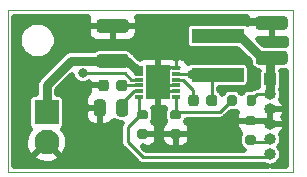
<source format=gbr>
%TF.GenerationSoftware,KiCad,Pcbnew,(5.1.9)-1*%
%TF.CreationDate,2021-04-13T21:36:38+02:00*%
%TF.ProjectId,PS-DC-3V3-2A,50532d44-432d-4335-9633-2d32412e6b69,V1.0*%
%TF.SameCoordinates,Original*%
%TF.FileFunction,Copper,L1,Top*%
%TF.FilePolarity,Positive*%
%FSLAX46Y46*%
G04 Gerber Fmt 4.6, Leading zero omitted, Abs format (unit mm)*
G04 Created by KiCad (PCBNEW (5.1.9)-1) date 2021-04-13 21:36:38*
%MOMM*%
%LPD*%
G01*
G04 APERTURE LIST*
%TA.AperFunction,Profile*%
%ADD10C,0.050000*%
%TD*%
%TA.AperFunction,SMDPad,CuDef*%
%ADD11R,4.400000X1.180000*%
%TD*%
%TA.AperFunction,ComponentPad*%
%ADD12O,1.000000X1.000000*%
%TD*%
%TA.AperFunction,ComponentPad*%
%ADD13R,1.000000X1.000000*%
%TD*%
%TA.AperFunction,SMDPad,CuDef*%
%ADD14R,0.650000X0.300000*%
%TD*%
%TA.AperFunction,SMDPad,CuDef*%
%ADD15R,2.050000X2.860000*%
%TD*%
%TA.AperFunction,ComponentPad*%
%ADD16C,2.100000*%
%TD*%
%TA.AperFunction,ComponentPad*%
%ADD17R,2.100000X2.100000*%
%TD*%
%TA.AperFunction,ViaPad*%
%ADD18C,0.800000*%
%TD*%
%TA.AperFunction,Conductor*%
%ADD19C,0.250000*%
%TD*%
%TA.AperFunction,Conductor*%
%ADD20C,0.504000*%
%TD*%
%TA.AperFunction,Conductor*%
%ADD21C,0.800000*%
%TD*%
%TA.AperFunction,Conductor*%
%ADD22C,0.254000*%
%TD*%
%TA.AperFunction,Conductor*%
%ADD23C,0.100000*%
%TD*%
G04 APERTURE END LIST*
D10*
X135890000Y-93980000D02*
X160020000Y-93980000D01*
X135890000Y-107696000D02*
X135890000Y-93980000D01*
X160020000Y-107696000D02*
X135890000Y-107696000D01*
X160020000Y-93980000D02*
X160020000Y-107696000D01*
D11*
%TO.P,L1,1*%
%TO.N,Net-(C3-Pad2)*%
X153670000Y-99445000D03*
%TO.P,L1,2*%
%TO.N,Vout*%
X153670000Y-96135000D03*
%TD*%
%TO.P,R4,2*%
%TO.N,GND*%
%TA.AperFunction,SMDPad,CuDef*%
G36*
G01*
X156739000Y-103715000D02*
X156189000Y-103715000D01*
G75*
G02*
X155989000Y-103515000I0J200000D01*
G01*
X155989000Y-103115000D01*
G75*
G02*
X156189000Y-102915000I200000J0D01*
G01*
X156739000Y-102915000D01*
G75*
G02*
X156939000Y-103115000I0J-200000D01*
G01*
X156939000Y-103515000D01*
G75*
G02*
X156739000Y-103715000I-200000J0D01*
G01*
G37*
%TD.AperFunction*%
%TO.P,R4,1*%
%TO.N,\u005CReset*%
%TA.AperFunction,SMDPad,CuDef*%
G36*
G01*
X156739000Y-105365000D02*
X156189000Y-105365000D01*
G75*
G02*
X155989000Y-105165000I0J200000D01*
G01*
X155989000Y-104765000D01*
G75*
G02*
X156189000Y-104565000I200000J0D01*
G01*
X156739000Y-104565000D01*
G75*
G02*
X156939000Y-104765000I0J-200000D01*
G01*
X156939000Y-105165000D01*
G75*
G02*
X156739000Y-105365000I-200000J0D01*
G01*
G37*
%TD.AperFunction*%
%TD*%
D12*
%TO.P,J2,6*%
%TO.N,SYNC*%
X158115000Y-106172000D03*
%TO.P,J2,5*%
%TO.N,\u005CReset*%
X158115000Y-104902000D03*
%TO.P,J2,4*%
%TO.N,GND*%
X158115000Y-103632000D03*
%TO.P,J2,3*%
X158115000Y-102362000D03*
%TO.P,J2,2*%
%TO.N,Vout*%
X158115000Y-101092000D03*
D13*
%TO.P,J2,1*%
X158115000Y-99822000D03*
%TD*%
%TO.P,C5,2*%
%TO.N,Vin*%
%TA.AperFunction,SMDPad,CuDef*%
G36*
G01*
X143679999Y-97674000D02*
X145880001Y-97674000D01*
G75*
G02*
X146130000Y-97923999I0J-249999D01*
G01*
X146130000Y-98574001D01*
G75*
G02*
X145880001Y-98824000I-249999J0D01*
G01*
X143679999Y-98824000D01*
G75*
G02*
X143430000Y-98574001I0J249999D01*
G01*
X143430000Y-97923999D01*
G75*
G02*
X143679999Y-97674000I249999J0D01*
G01*
G37*
%TD.AperFunction*%
%TO.P,C5,1*%
%TO.N,GND*%
%TA.AperFunction,SMDPad,CuDef*%
G36*
G01*
X143679999Y-94724000D02*
X145880001Y-94724000D01*
G75*
G02*
X146130000Y-94973999I0J-249999D01*
G01*
X146130000Y-95624001D01*
G75*
G02*
X145880001Y-95874000I-249999J0D01*
G01*
X143679999Y-95874000D01*
G75*
G02*
X143430000Y-95624001I0J249999D01*
G01*
X143430000Y-94973999D01*
G75*
G02*
X143679999Y-94724000I249999J0D01*
G01*
G37*
%TD.AperFunction*%
%TD*%
%TO.P,C1,2*%
%TO.N,GND*%
%TA.AperFunction,SMDPad,CuDef*%
G36*
G01*
X144455000Y-100080000D02*
X144455000Y-100580000D01*
G75*
G02*
X144230000Y-100805000I-225000J0D01*
G01*
X143780000Y-100805000D01*
G75*
G02*
X143555000Y-100580000I0J225000D01*
G01*
X143555000Y-100080000D01*
G75*
G02*
X143780000Y-99855000I225000J0D01*
G01*
X144230000Y-99855000D01*
G75*
G02*
X144455000Y-100080000I0J-225000D01*
G01*
G37*
%TD.AperFunction*%
%TO.P,C1,1*%
%TO.N,Net-(C1-Pad1)*%
%TA.AperFunction,SMDPad,CuDef*%
G36*
G01*
X146005000Y-100080000D02*
X146005000Y-100580000D01*
G75*
G02*
X145780000Y-100805000I-225000J0D01*
G01*
X145330000Y-100805000D01*
G75*
G02*
X145105000Y-100580000I0J225000D01*
G01*
X145105000Y-100080000D01*
G75*
G02*
X145330000Y-99855000I225000J0D01*
G01*
X145780000Y-99855000D01*
G75*
G02*
X146005000Y-100080000I0J-225000D01*
G01*
G37*
%TD.AperFunction*%
%TD*%
D14*
%TO.P,U1,7*%
%TO.N,Net-(R2-Pad2)*%
X150140000Y-101326000D03*
%TO.P,U1,6*%
%TO.N,SYNC*%
X147040000Y-101326000D03*
D15*
%TO.P,U1,13*%
%TO.N,GND*%
X148590000Y-100076000D03*
D14*
%TO.P,U1,12*%
X150140000Y-98826000D03*
%TO.P,U1,11*%
%TO.N,Net-(C3-Pad2)*%
X150140000Y-99326000D03*
%TO.P,U1,10*%
%TO.N,Net-(C3-Pad1)*%
X150140000Y-99826000D03*
%TO.P,U1,9*%
%TO.N,GND*%
X150140000Y-100326000D03*
%TO.P,U1,8*%
X150140000Y-100826000D03*
%TO.P,U1,5*%
%TO.N,Net-(C2-Pad1)*%
X147040000Y-100826000D03*
%TO.P,U1,4*%
%TO.N,Net-(C1-Pad1)*%
X147040000Y-100326000D03*
%TO.P,U1,3*%
%TO.N,\u005CReset*%
X147040000Y-99826000D03*
%TO.P,U1,2*%
%TO.N,Vin*%
X147040000Y-99326000D03*
%TO.P,U1,1*%
X147040000Y-98826000D03*
%TD*%
%TO.P,R3,2*%
%TO.N,GND*%
%TA.AperFunction,SMDPad,CuDef*%
G36*
G01*
X149839000Y-104057000D02*
X150389000Y-104057000D01*
G75*
G02*
X150589000Y-104257000I0J-200000D01*
G01*
X150589000Y-104657000D01*
G75*
G02*
X150389000Y-104857000I-200000J0D01*
G01*
X149839000Y-104857000D01*
G75*
G02*
X149639000Y-104657000I0J200000D01*
G01*
X149639000Y-104257000D01*
G75*
G02*
X149839000Y-104057000I200000J0D01*
G01*
G37*
%TD.AperFunction*%
%TO.P,R3,1*%
%TO.N,Net-(R2-Pad2)*%
%TA.AperFunction,SMDPad,CuDef*%
G36*
G01*
X149839000Y-102407000D02*
X150389000Y-102407000D01*
G75*
G02*
X150589000Y-102607000I0J-200000D01*
G01*
X150589000Y-103007000D01*
G75*
G02*
X150389000Y-103207000I-200000J0D01*
G01*
X149839000Y-103207000D01*
G75*
G02*
X149639000Y-103007000I0J200000D01*
G01*
X149639000Y-102607000D01*
G75*
G02*
X149839000Y-102407000I200000J0D01*
G01*
G37*
%TD.AperFunction*%
%TD*%
%TO.P,R2,2*%
%TO.N,Net-(R2-Pad2)*%
%TA.AperFunction,SMDPad,CuDef*%
G36*
G01*
X155277000Y-101325000D02*
X155277000Y-101875000D01*
G75*
G02*
X155077000Y-102075000I-200000J0D01*
G01*
X154677000Y-102075000D01*
G75*
G02*
X154477000Y-101875000I0J200000D01*
G01*
X154477000Y-101325000D01*
G75*
G02*
X154677000Y-101125000I200000J0D01*
G01*
X155077000Y-101125000D01*
G75*
G02*
X155277000Y-101325000I0J-200000D01*
G01*
G37*
%TD.AperFunction*%
%TO.P,R2,1*%
%TO.N,Vout*%
%TA.AperFunction,SMDPad,CuDef*%
G36*
G01*
X156927000Y-101325000D02*
X156927000Y-101875000D01*
G75*
G02*
X156727000Y-102075000I-200000J0D01*
G01*
X156327000Y-102075000D01*
G75*
G02*
X156127000Y-101875000I0J200000D01*
G01*
X156127000Y-101325000D01*
G75*
G02*
X156327000Y-101125000I200000J0D01*
G01*
X156727000Y-101125000D01*
G75*
G02*
X156927000Y-101325000I0J-200000D01*
G01*
G37*
%TD.AperFunction*%
%TD*%
%TO.P,R1,2*%
%TO.N,GND*%
%TA.AperFunction,SMDPad,CuDef*%
G36*
G01*
X147045000Y-104057000D02*
X147595000Y-104057000D01*
G75*
G02*
X147795000Y-104257000I0J-200000D01*
G01*
X147795000Y-104657000D01*
G75*
G02*
X147595000Y-104857000I-200000J0D01*
G01*
X147045000Y-104857000D01*
G75*
G02*
X146845000Y-104657000I0J200000D01*
G01*
X146845000Y-104257000D01*
G75*
G02*
X147045000Y-104057000I200000J0D01*
G01*
G37*
%TD.AperFunction*%
%TO.P,R1,1*%
%TO.N,SYNC*%
%TA.AperFunction,SMDPad,CuDef*%
G36*
G01*
X147045000Y-102407000D02*
X147595000Y-102407000D01*
G75*
G02*
X147795000Y-102607000I0J-200000D01*
G01*
X147795000Y-103007000D01*
G75*
G02*
X147595000Y-103207000I-200000J0D01*
G01*
X147045000Y-103207000D01*
G75*
G02*
X146845000Y-103007000I0J200000D01*
G01*
X146845000Y-102607000D01*
G75*
G02*
X147045000Y-102407000I200000J0D01*
G01*
G37*
%TD.AperFunction*%
%TD*%
D16*
%TO.P,J1,2*%
%TO.N,GND*%
X139192000Y-105156000D03*
D17*
%TO.P,J1,1*%
%TO.N,Vin*%
X139192000Y-102616000D03*
%TD*%
%TO.P,C4,2*%
%TO.N,GND*%
%TA.AperFunction,SMDPad,CuDef*%
G36*
G01*
X159342001Y-95620000D02*
X157141999Y-95620000D01*
G75*
G02*
X156892000Y-95370001I0J249999D01*
G01*
X156892000Y-94719999D01*
G75*
G02*
X157141999Y-94470000I249999J0D01*
G01*
X159342001Y-94470000D01*
G75*
G02*
X159592000Y-94719999I0J-249999D01*
G01*
X159592000Y-95370001D01*
G75*
G02*
X159342001Y-95620000I-249999J0D01*
G01*
G37*
%TD.AperFunction*%
%TO.P,C4,1*%
%TO.N,Vout*%
%TA.AperFunction,SMDPad,CuDef*%
G36*
G01*
X159342001Y-98570000D02*
X157141999Y-98570000D01*
G75*
G02*
X156892000Y-98320001I0J249999D01*
G01*
X156892000Y-97669999D01*
G75*
G02*
X157141999Y-97420000I249999J0D01*
G01*
X159342001Y-97420000D01*
G75*
G02*
X159592000Y-97669999I0J-249999D01*
G01*
X159592000Y-98320001D01*
G75*
G02*
X159342001Y-98570000I-249999J0D01*
G01*
G37*
%TD.AperFunction*%
%TD*%
%TO.P,C3,2*%
%TO.N,Net-(C3-Pad2)*%
%TA.AperFunction,SMDPad,CuDef*%
G36*
G01*
X152725000Y-101850000D02*
X152725000Y-101350000D01*
G75*
G02*
X152950000Y-101125000I225000J0D01*
G01*
X153400000Y-101125000D01*
G75*
G02*
X153625000Y-101350000I0J-225000D01*
G01*
X153625000Y-101850000D01*
G75*
G02*
X153400000Y-102075000I-225000J0D01*
G01*
X152950000Y-102075000D01*
G75*
G02*
X152725000Y-101850000I0J225000D01*
G01*
G37*
%TD.AperFunction*%
%TO.P,C3,1*%
%TO.N,Net-(C3-Pad1)*%
%TA.AperFunction,SMDPad,CuDef*%
G36*
G01*
X151175000Y-101850000D02*
X151175000Y-101350000D01*
G75*
G02*
X151400000Y-101125000I225000J0D01*
G01*
X151850000Y-101125000D01*
G75*
G02*
X152075000Y-101350000I0J-225000D01*
G01*
X152075000Y-101850000D01*
G75*
G02*
X151850000Y-102075000I-225000J0D01*
G01*
X151400000Y-102075000D01*
G75*
G02*
X151175000Y-101850000I0J225000D01*
G01*
G37*
%TD.AperFunction*%
%TD*%
%TO.P,C2,2*%
%TO.N,GND*%
%TA.AperFunction,SMDPad,CuDef*%
G36*
G01*
X144203000Y-101760000D02*
X144203000Y-102710000D01*
G75*
G02*
X143953000Y-102960000I-250000J0D01*
G01*
X143453000Y-102960000D01*
G75*
G02*
X143203000Y-102710000I0J250000D01*
G01*
X143203000Y-101760000D01*
G75*
G02*
X143453000Y-101510000I250000J0D01*
G01*
X143953000Y-101510000D01*
G75*
G02*
X144203000Y-101760000I0J-250000D01*
G01*
G37*
%TD.AperFunction*%
%TO.P,C2,1*%
%TO.N,Net-(C2-Pad1)*%
%TA.AperFunction,SMDPad,CuDef*%
G36*
G01*
X146103000Y-101760000D02*
X146103000Y-102710000D01*
G75*
G02*
X145853000Y-102960000I-250000J0D01*
G01*
X145353000Y-102960000D01*
G75*
G02*
X145103000Y-102710000I0J250000D01*
G01*
X145103000Y-101760000D01*
G75*
G02*
X145353000Y-101510000I250000J0D01*
G01*
X145853000Y-101510000D01*
G75*
G02*
X146103000Y-101760000I0J-250000D01*
G01*
G37*
%TD.AperFunction*%
%TD*%
D18*
%TO.N,GND*%
X149860000Y-97790000D03*
X142748000Y-100330000D03*
X155956000Y-94742000D03*
X154940000Y-94742000D03*
X158242000Y-96520000D03*
X147320000Y-97790000D03*
X148590000Y-97790000D03*
X148590000Y-104394000D03*
X142494000Y-102235000D03*
X147320000Y-95250000D03*
X142240000Y-95250000D03*
X142240000Y-96520000D03*
X147320000Y-96520000D03*
X148590000Y-103378000D03*
X148590000Y-105410000D03*
%TO.N,\u005CReset*%
X142240000Y-99314000D03*
%TD*%
D19*
%TO.N,GND*%
X148840000Y-100326000D02*
X148590000Y-100076000D01*
X150140000Y-100326000D02*
X148840000Y-100326000D01*
X149340000Y-100826000D02*
X148590000Y-100076000D01*
X150140000Y-100826000D02*
X149340000Y-100826000D01*
X148340000Y-99826000D02*
X148590000Y-100076000D01*
X144005000Y-100330000D02*
X142748000Y-100330000D01*
X155956000Y-94742000D02*
X154940000Y-94742000D01*
X157812000Y-94742000D02*
X158115000Y-95045000D01*
X155956000Y-94742000D02*
X157812000Y-94742000D01*
X148590000Y-99801000D02*
X148590000Y-100076000D01*
X148653000Y-100139000D02*
X148590000Y-100076000D01*
X143830000Y-102235000D02*
X142240000Y-102235000D01*
X150177000Y-104394000D02*
X150114000Y-104457000D01*
X148781000Y-104457000D02*
X148844000Y-104394000D01*
X147320000Y-104457000D02*
X148781000Y-104457000D01*
X148653000Y-104457000D02*
X148590000Y-104394000D01*
X150114000Y-104457000D02*
X148653000Y-104457000D01*
D20*
X156464000Y-103315000D02*
X157988000Y-103315000D01*
D19*
X148590000Y-100076000D02*
X148844000Y-100076000D01*
X149489999Y-98915999D02*
X149657008Y-98748990D01*
X148844000Y-100076000D02*
X149489999Y-99430001D01*
X149489999Y-99430001D02*
X149489999Y-98915999D01*
X149657008Y-98748990D02*
X150368000Y-98748990D01*
X150140000Y-98070000D02*
X149860000Y-97790000D01*
X150140000Y-98826000D02*
X150140000Y-98070000D01*
%TO.N,Net-(C1-Pad1)*%
X145559000Y-100326000D02*
X145555000Y-100330000D01*
X147040000Y-100326000D02*
X145559000Y-100326000D01*
%TO.N,Net-(C2-Pad1)*%
X146599000Y-100826000D02*
X147040000Y-100826000D01*
X145505000Y-101920000D02*
X146599000Y-100826000D01*
%TO.N,Net-(C3-Pad2)*%
X153551000Y-99326000D02*
X153670000Y-99445000D01*
X153175000Y-99940000D02*
X153670000Y-99445000D01*
X153175000Y-101600000D02*
X153175000Y-99940000D01*
X150255000Y-99326000D02*
X151134000Y-99326000D01*
D21*
X153551000Y-99326000D02*
X151396000Y-99326000D01*
D19*
%TO.N,Net-(C3-Pad1)*%
X151625000Y-100750998D02*
X151625000Y-101346000D01*
X150700002Y-99826000D02*
X151625000Y-100750998D01*
X150140000Y-99826000D02*
X150700002Y-99826000D01*
%TO.N,Vout*%
X153670000Y-96135000D02*
X154555000Y-96135000D01*
D21*
X157392000Y-97995000D02*
X155532000Y-96135000D01*
X158242000Y-97995000D02*
X157392000Y-97995000D01*
X155532000Y-96135000D02*
X153670000Y-96135000D01*
X158115000Y-98122000D02*
X158242000Y-97995000D01*
X158115000Y-101092000D02*
X158115000Y-98122000D01*
D22*
X157035000Y-101092000D02*
X158115000Y-101092000D01*
X156527000Y-101600000D02*
X157035000Y-101092000D01*
D19*
%TO.N,Vin*%
X147040000Y-98826000D02*
X147040000Y-99326000D01*
D21*
X146812000Y-99075999D02*
X146964999Y-99075999D01*
X146812000Y-99060000D02*
X146812000Y-99075999D01*
X146001000Y-98249000D02*
X146812000Y-99060000D01*
X141273000Y-98249000D02*
X146001000Y-98249000D01*
X139192000Y-100330000D02*
X141273000Y-98249000D01*
X139192000Y-101600000D02*
X139192000Y-100330000D01*
D19*
%TO.N,Net-(R2-Pad2)*%
X150140000Y-102579000D02*
X150368000Y-102807000D01*
X150267000Y-102654000D02*
X150114000Y-102807000D01*
X150140000Y-102781000D02*
X150114000Y-102807000D01*
X150140000Y-101326000D02*
X150140000Y-102781000D01*
X153861000Y-102616000D02*
X150368000Y-102616000D01*
X154877000Y-101600000D02*
X153861000Y-102616000D01*
X150368000Y-102616000D02*
X150368000Y-102870000D01*
%TO.N,\u005CReset*%
X145791834Y-99314000D02*
X142240000Y-99314000D01*
X146303834Y-99826000D02*
X145791834Y-99314000D01*
X147040000Y-99826000D02*
X146303834Y-99826000D01*
X156273000Y-105156000D02*
X156210000Y-105219000D01*
X158115000Y-105156000D02*
X156273000Y-105156000D01*
%TO.N,SYNC*%
X147167000Y-102654000D02*
X147320000Y-102807000D01*
X147040000Y-102527000D02*
X147320000Y-102807000D01*
X147040000Y-101326000D02*
X147040000Y-102527000D01*
X147129000Y-102807000D02*
X147320000Y-102807000D01*
X146050000Y-103886000D02*
X147129000Y-102807000D01*
X146050000Y-105156000D02*
X146050000Y-103886000D01*
X147320000Y-106426000D02*
X146050000Y-105156000D01*
X158115000Y-106426000D02*
X147320000Y-106426000D01*
%TD*%
D20*
%TO.N,GND*%
X159489001Y-107165000D02*
X158279437Y-107165000D01*
X158408439Y-107139340D01*
X158591520Y-107063506D01*
X158756288Y-106953412D01*
X158896412Y-106813288D01*
X159006506Y-106648520D01*
X159082340Y-106465439D01*
X159121000Y-106271082D01*
X159121000Y-106072918D01*
X159082340Y-105878561D01*
X159006506Y-105695480D01*
X158900613Y-105537000D01*
X159006506Y-105378520D01*
X159082340Y-105195439D01*
X159121000Y-105001082D01*
X159121000Y-104802918D01*
X159082340Y-104608561D01*
X159032239Y-104487606D01*
X159135536Y-104370990D01*
X159260096Y-104157694D01*
X159340651Y-103924196D01*
X159359172Y-103831082D01*
X159184998Y-103634000D01*
X158117000Y-103634000D01*
X158117000Y-103654000D01*
X158113000Y-103654000D01*
X158113000Y-103634000D01*
X158093000Y-103634000D01*
X158093000Y-103630000D01*
X158113000Y-103630000D01*
X158113000Y-102364000D01*
X158117000Y-102364000D01*
X158117000Y-103630000D01*
X159184998Y-103630000D01*
X159359172Y-103432918D01*
X159340651Y-103339804D01*
X159260096Y-103106306D01*
X159196264Y-102997000D01*
X159260096Y-102887694D01*
X159340651Y-102654196D01*
X159359172Y-102561082D01*
X159184998Y-102364000D01*
X158117000Y-102364000D01*
X158113000Y-102364000D01*
X158093000Y-102364000D01*
X158093000Y-102360000D01*
X158113000Y-102360000D01*
X158113000Y-102340000D01*
X158117000Y-102340000D01*
X158117000Y-102360000D01*
X159184998Y-102360000D01*
X159359172Y-102162918D01*
X159340651Y-102069804D01*
X159260096Y-101836306D01*
X159135536Y-101623010D01*
X159032239Y-101506394D01*
X159082340Y-101385439D01*
X159121000Y-101191082D01*
X159121000Y-100992918D01*
X159082340Y-100798561D01*
X159021000Y-100650472D01*
X159021000Y-100624900D01*
X159037759Y-100604479D01*
X159084745Y-100516575D01*
X159113678Y-100421193D01*
X159123448Y-100322000D01*
X159123448Y-99322000D01*
X159113678Y-99222807D01*
X159084745Y-99127425D01*
X159058566Y-99078448D01*
X159342001Y-99078448D01*
X159489000Y-99063970D01*
X159489001Y-107165000D01*
%TA.AperFunction,Conductor*%
D23*
G36*
X159489001Y-107165000D02*
G01*
X158279437Y-107165000D01*
X158408439Y-107139340D01*
X158591520Y-107063506D01*
X158756288Y-106953412D01*
X158896412Y-106813288D01*
X159006506Y-106648520D01*
X159082340Y-106465439D01*
X159121000Y-106271082D01*
X159121000Y-106072918D01*
X159082340Y-105878561D01*
X159006506Y-105695480D01*
X158900613Y-105537000D01*
X159006506Y-105378520D01*
X159082340Y-105195439D01*
X159121000Y-105001082D01*
X159121000Y-104802918D01*
X159082340Y-104608561D01*
X159032239Y-104487606D01*
X159135536Y-104370990D01*
X159260096Y-104157694D01*
X159340651Y-103924196D01*
X159359172Y-103831082D01*
X159184998Y-103634000D01*
X158117000Y-103634000D01*
X158117000Y-103654000D01*
X158113000Y-103654000D01*
X158113000Y-103634000D01*
X158093000Y-103634000D01*
X158093000Y-103630000D01*
X158113000Y-103630000D01*
X158113000Y-102364000D01*
X158117000Y-102364000D01*
X158117000Y-103630000D01*
X159184998Y-103630000D01*
X159359172Y-103432918D01*
X159340651Y-103339804D01*
X159260096Y-103106306D01*
X159196264Y-102997000D01*
X159260096Y-102887694D01*
X159340651Y-102654196D01*
X159359172Y-102561082D01*
X159184998Y-102364000D01*
X158117000Y-102364000D01*
X158113000Y-102364000D01*
X158093000Y-102364000D01*
X158093000Y-102360000D01*
X158113000Y-102360000D01*
X158113000Y-102340000D01*
X158117000Y-102340000D01*
X158117000Y-102360000D01*
X159184998Y-102360000D01*
X159359172Y-102162918D01*
X159340651Y-102069804D01*
X159260096Y-101836306D01*
X159135536Y-101623010D01*
X159032239Y-101506394D01*
X159082340Y-101385439D01*
X159121000Y-101191082D01*
X159121000Y-100992918D01*
X159082340Y-100798561D01*
X159021000Y-100650472D01*
X159021000Y-100624900D01*
X159037759Y-100604479D01*
X159084745Y-100516575D01*
X159113678Y-100421193D01*
X159123448Y-100322000D01*
X159123448Y-99322000D01*
X159113678Y-99222807D01*
X159084745Y-99127425D01*
X159058566Y-99078448D01*
X159342001Y-99078448D01*
X159489000Y-99063970D01*
X159489001Y-107165000D01*
G37*
%TD.AperFunction*%
D20*
X142680997Y-94575014D02*
X142666323Y-94724000D01*
X142670000Y-95107000D01*
X142860000Y-95297000D01*
X144778000Y-95297000D01*
X144778000Y-95277000D01*
X144782000Y-95277000D01*
X144782000Y-95297000D01*
X146700000Y-95297000D01*
X146890000Y-95107000D01*
X146893677Y-94724000D01*
X146879003Y-94575014D01*
X146859585Y-94511000D01*
X156128717Y-94511000D01*
X156132000Y-94853000D01*
X156322000Y-95043000D01*
X158240000Y-95043000D01*
X158240000Y-95023000D01*
X158244000Y-95023000D01*
X158244000Y-95043000D01*
X158264000Y-95043000D01*
X158264000Y-95047000D01*
X158244000Y-95047000D01*
X158244000Y-96190000D01*
X158434000Y-96380000D01*
X159489000Y-96383350D01*
X159489000Y-96926030D01*
X159342001Y-96911552D01*
X157589829Y-96911552D01*
X157061416Y-96383139D01*
X158050000Y-96380000D01*
X158240000Y-96190000D01*
X158240000Y-95047000D01*
X156322000Y-95047000D01*
X156204262Y-95164738D01*
X156152479Y-95122241D01*
X156064575Y-95075255D01*
X155969193Y-95046322D01*
X155870000Y-95036552D01*
X151470000Y-95036552D01*
X151370807Y-95046322D01*
X151275425Y-95075255D01*
X151187521Y-95122241D01*
X151110473Y-95185473D01*
X151047241Y-95262521D01*
X151000255Y-95350425D01*
X150971322Y-95445807D01*
X150961552Y-95545000D01*
X150961552Y-96725000D01*
X150971322Y-96824193D01*
X151000255Y-96919575D01*
X151047241Y-97007479D01*
X151110473Y-97084527D01*
X151187521Y-97147759D01*
X151275425Y-97194745D01*
X151370807Y-97223678D01*
X151470000Y-97233448D01*
X155349172Y-97233448D01*
X156383552Y-98267829D01*
X156383552Y-98320001D01*
X156398125Y-98467967D01*
X156441285Y-98610246D01*
X156511373Y-98741372D01*
X156605696Y-98856304D01*
X156720628Y-98950627D01*
X156851754Y-99020715D01*
X156994033Y-99063875D01*
X157141999Y-99078448D01*
X157171434Y-99078448D01*
X157145255Y-99127425D01*
X157116322Y-99222807D01*
X157106552Y-99322000D01*
X157106552Y-100322000D01*
X157116322Y-100421193D01*
X157127790Y-100459000D01*
X157066085Y-100459000D01*
X157034999Y-100455938D01*
X157003913Y-100459000D01*
X157003912Y-100459000D01*
X156910910Y-100468160D01*
X156791590Y-100504355D01*
X156681623Y-100563134D01*
X156616532Y-100616552D01*
X156327000Y-100616552D01*
X156188789Y-100630165D01*
X156055889Y-100670479D01*
X155933407Y-100735947D01*
X155826052Y-100824052D01*
X155737947Y-100931407D01*
X155702000Y-100998659D01*
X155666053Y-100931407D01*
X155577948Y-100824052D01*
X155470593Y-100735947D01*
X155348111Y-100670479D01*
X155215211Y-100630165D01*
X155077000Y-100616552D01*
X154677000Y-100616552D01*
X154538789Y-100630165D01*
X154405889Y-100670479D01*
X154283407Y-100735947D01*
X154176052Y-100824052D01*
X154087947Y-100931407D01*
X154045924Y-101010027D01*
X154009840Y-100942518D01*
X153918626Y-100831374D01*
X153807482Y-100740160D01*
X153806000Y-100739368D01*
X153806000Y-100543448D01*
X155870000Y-100543448D01*
X155969193Y-100533678D01*
X156064575Y-100504745D01*
X156152479Y-100457759D01*
X156229527Y-100394527D01*
X156292759Y-100317479D01*
X156339745Y-100229575D01*
X156368678Y-100134193D01*
X156378448Y-100035000D01*
X156378448Y-98855000D01*
X156368678Y-98755807D01*
X156339745Y-98660425D01*
X156292759Y-98572521D01*
X156229527Y-98495473D01*
X156152479Y-98432241D01*
X156064575Y-98385255D01*
X155969193Y-98356322D01*
X155870000Y-98346552D01*
X151470000Y-98346552D01*
X151370807Y-98356322D01*
X151275425Y-98385255D01*
X151187521Y-98432241D01*
X151185428Y-98433959D01*
X151161974Y-98363864D01*
X151087687Y-98233888D01*
X150989471Y-98120903D01*
X150871099Y-98029250D01*
X150737122Y-97962451D01*
X150592686Y-97923073D01*
X150443344Y-97912630D01*
X150332000Y-97916000D01*
X150147861Y-98100139D01*
X150060188Y-98028188D01*
X149948000Y-97916000D01*
X149836656Y-97912630D01*
X149819481Y-97913831D01*
X149763986Y-97896997D01*
X149615000Y-97882323D01*
X148782000Y-97886000D01*
X148592000Y-98076000D01*
X148592000Y-100074000D01*
X148612000Y-100074000D01*
X148612000Y-100078000D01*
X148592000Y-100078000D01*
X148592000Y-102076000D01*
X148782000Y-102266000D01*
X149220800Y-102267937D01*
X149184479Y-102335889D01*
X149144165Y-102468789D01*
X149130552Y-102607000D01*
X149130552Y-103007000D01*
X149144165Y-103145211D01*
X149184479Y-103278111D01*
X149249947Y-103400593D01*
X149251433Y-103402404D01*
X149214724Y-103422026D01*
X149098999Y-103516999D01*
X149004026Y-103632724D01*
X148933454Y-103764753D01*
X148889997Y-103908014D01*
X148875323Y-104057000D01*
X148879000Y-104265000D01*
X149069000Y-104455000D01*
X150112000Y-104455000D01*
X150112000Y-104435000D01*
X150116000Y-104435000D01*
X150116000Y-104455000D01*
X151159000Y-104455000D01*
X151349000Y-104265000D01*
X151352677Y-104057000D01*
X151338003Y-103908014D01*
X151294546Y-103764753D01*
X151223974Y-103632724D01*
X151129001Y-103516999D01*
X151013276Y-103422026D01*
X150976567Y-103402404D01*
X150978053Y-103400593D01*
X151043521Y-103278111D01*
X151052958Y-103247000D01*
X153830010Y-103247000D01*
X153861000Y-103250052D01*
X153891990Y-103247000D01*
X153891998Y-103247000D01*
X153984698Y-103237870D01*
X154103642Y-103201789D01*
X154213261Y-103143196D01*
X154309343Y-103064343D01*
X154329105Y-103040263D01*
X154785920Y-102583448D01*
X155077000Y-102583448D01*
X155215211Y-102569835D01*
X155330420Y-102534887D01*
X155283454Y-102622753D01*
X155239997Y-102766014D01*
X155225323Y-102915000D01*
X155229000Y-103123000D01*
X155419000Y-103313000D01*
X156462000Y-103313000D01*
X156462000Y-103293000D01*
X156466000Y-103293000D01*
X156466000Y-103313000D01*
X156486000Y-103313000D01*
X156486000Y-103317000D01*
X156466000Y-103317000D01*
X156466000Y-103337000D01*
X156462000Y-103337000D01*
X156462000Y-103317000D01*
X155419000Y-103317000D01*
X155229000Y-103507000D01*
X155225323Y-103715000D01*
X155239997Y-103863986D01*
X155283454Y-104007247D01*
X155354026Y-104139276D01*
X155448999Y-104255001D01*
X155564724Y-104349974D01*
X155601433Y-104369596D01*
X155599947Y-104371407D01*
X155534479Y-104493889D01*
X155494165Y-104626789D01*
X155480552Y-104765000D01*
X155480552Y-105165000D01*
X155494165Y-105303211D01*
X155534479Y-105436111D01*
X155599947Y-105558593D01*
X155688052Y-105665948D01*
X155795407Y-105754053D01*
X155872013Y-105795000D01*
X147581369Y-105795000D01*
X147322002Y-105535634D01*
X147322002Y-105427002D01*
X147512000Y-105617000D01*
X147795000Y-105620677D01*
X147943986Y-105606003D01*
X148087247Y-105562546D01*
X148219276Y-105491974D01*
X148335001Y-105397001D01*
X148429974Y-105281276D01*
X148500546Y-105149247D01*
X148544003Y-105005986D01*
X148558677Y-104857000D01*
X148875323Y-104857000D01*
X148889997Y-105005986D01*
X148933454Y-105149247D01*
X149004026Y-105281276D01*
X149098999Y-105397001D01*
X149214724Y-105491974D01*
X149346753Y-105562546D01*
X149490014Y-105606003D01*
X149639000Y-105620677D01*
X149922000Y-105617000D01*
X150112000Y-105427000D01*
X150112000Y-104459000D01*
X150116000Y-104459000D01*
X150116000Y-105427000D01*
X150306000Y-105617000D01*
X150589000Y-105620677D01*
X150737986Y-105606003D01*
X150881247Y-105562546D01*
X151013276Y-105491974D01*
X151129001Y-105397001D01*
X151223974Y-105281276D01*
X151294546Y-105149247D01*
X151338003Y-105005986D01*
X151352677Y-104857000D01*
X151349000Y-104649000D01*
X151159000Y-104459000D01*
X150116000Y-104459000D01*
X150112000Y-104459000D01*
X149069000Y-104459000D01*
X148879000Y-104649000D01*
X148875323Y-104857000D01*
X148558677Y-104857000D01*
X148555000Y-104649000D01*
X148365000Y-104459000D01*
X147322000Y-104459000D01*
X147322000Y-104479000D01*
X147318000Y-104479000D01*
X147318000Y-104459000D01*
X147298000Y-104459000D01*
X147298000Y-104455000D01*
X147318000Y-104455000D01*
X147318000Y-104435000D01*
X147322000Y-104435000D01*
X147322000Y-104455000D01*
X148365000Y-104455000D01*
X148555000Y-104265000D01*
X148558677Y-104057000D01*
X148544003Y-103908014D01*
X148500546Y-103764753D01*
X148429974Y-103632724D01*
X148335001Y-103516999D01*
X148219276Y-103422026D01*
X148182567Y-103402404D01*
X148184053Y-103400593D01*
X148249521Y-103278111D01*
X148289835Y-103145211D01*
X148303448Y-103007000D01*
X148303448Y-102607000D01*
X148289835Y-102468789D01*
X148249521Y-102335889D01*
X148212602Y-102266818D01*
X148398000Y-102266000D01*
X148588000Y-102076000D01*
X148588000Y-100078000D01*
X148568000Y-100078000D01*
X148568000Y-100074000D01*
X148588000Y-100074000D01*
X148588000Y-98076000D01*
X148398000Y-97886000D01*
X147565000Y-97882323D01*
X147416014Y-97896997D01*
X147272753Y-97940454D01*
X147140724Y-98011026D01*
X147087765Y-98054488D01*
X146673113Y-97639837D01*
X146644738Y-97605262D01*
X146506782Y-97492044D01*
X146498158Y-97487434D01*
X146416304Y-97387696D01*
X146301372Y-97293373D01*
X146170246Y-97223285D01*
X146027967Y-97180125D01*
X145880001Y-97165552D01*
X143679999Y-97165552D01*
X143532033Y-97180125D01*
X143389754Y-97223285D01*
X143258628Y-97293373D01*
X143198158Y-97343000D01*
X141317492Y-97343000D01*
X141272999Y-97338618D01*
X141228506Y-97343000D01*
X141228499Y-97343000D01*
X141112312Y-97354444D01*
X141095392Y-97356110D01*
X141043586Y-97371826D01*
X140924612Y-97407916D01*
X140767218Y-97492044D01*
X140629262Y-97605262D01*
X140600895Y-97639827D01*
X138582833Y-99657891D01*
X138548263Y-99686262D01*
X138435045Y-99824218D01*
X138355950Y-99972195D01*
X138350917Y-99981612D01*
X138299110Y-100152394D01*
X138281617Y-100330000D01*
X138286001Y-100374510D01*
X138286000Y-101057552D01*
X138142000Y-101057552D01*
X138042807Y-101067322D01*
X137947425Y-101096255D01*
X137859521Y-101143241D01*
X137782473Y-101206473D01*
X137719241Y-101283521D01*
X137672255Y-101371425D01*
X137643322Y-101466807D01*
X137633552Y-101566000D01*
X137633552Y-103666000D01*
X137643322Y-103765193D01*
X137672255Y-103860575D01*
X137719241Y-103948479D01*
X137782473Y-104025527D01*
X137825707Y-104061008D01*
X137719419Y-104088580D01*
X137539471Y-104396376D01*
X137423029Y-104733364D01*
X137374567Y-105086595D01*
X137395948Y-105442492D01*
X137486350Y-105787379D01*
X137642300Y-106108003D01*
X137719419Y-106223420D01*
X138038881Y-106306291D01*
X139189172Y-105156000D01*
X139175030Y-105141858D01*
X139177858Y-105139030D01*
X139192000Y-105153172D01*
X139206143Y-105139030D01*
X139208971Y-105141858D01*
X139194828Y-105156000D01*
X140345119Y-106306291D01*
X140664581Y-106223420D01*
X140844529Y-105915624D01*
X140960971Y-105578636D01*
X141009433Y-105225405D01*
X140988052Y-104869508D01*
X140897650Y-104524621D01*
X140741700Y-104203997D01*
X140664581Y-104088580D01*
X140558293Y-104061008D01*
X140601527Y-104025527D01*
X140664759Y-103948479D01*
X140711745Y-103860575D01*
X140740678Y-103765193D01*
X140750448Y-103666000D01*
X140750448Y-102960000D01*
X142439323Y-102960000D01*
X142453997Y-103108986D01*
X142497454Y-103252247D01*
X142568026Y-103384276D01*
X142662999Y-103500001D01*
X142778724Y-103594974D01*
X142910753Y-103665546D01*
X143054014Y-103709003D01*
X143203000Y-103723677D01*
X143511000Y-103720000D01*
X143701000Y-103530000D01*
X143701000Y-102237000D01*
X142633000Y-102237000D01*
X142443000Y-102427000D01*
X142439323Y-102960000D01*
X140750448Y-102960000D01*
X140750448Y-101566000D01*
X140740678Y-101466807D01*
X140711745Y-101371425D01*
X140664759Y-101283521D01*
X140601527Y-101206473D01*
X140524479Y-101143241D01*
X140436575Y-101096255D01*
X140341193Y-101067322D01*
X140242000Y-101057552D01*
X140098000Y-101057552D01*
X140098000Y-100705276D01*
X141344957Y-99458320D01*
X141368817Y-99578271D01*
X141437113Y-99743152D01*
X141536264Y-99891541D01*
X141662459Y-100017736D01*
X141810848Y-100116887D01*
X141975729Y-100185183D01*
X142150767Y-100220000D01*
X142329233Y-100220000D01*
X142504271Y-100185183D01*
X142669152Y-100116887D01*
X142793645Y-100033703D01*
X142795000Y-100138000D01*
X142985000Y-100328000D01*
X144003000Y-100328000D01*
X144003000Y-100308000D01*
X144007000Y-100308000D01*
X144007000Y-100328000D01*
X144027000Y-100328000D01*
X144027000Y-100332000D01*
X144007000Y-100332000D01*
X144007000Y-100352000D01*
X144003000Y-100352000D01*
X144003000Y-100332000D01*
X142985000Y-100332000D01*
X142795000Y-100522000D01*
X142791323Y-100805000D01*
X142797245Y-100865126D01*
X142778724Y-100875026D01*
X142662999Y-100969999D01*
X142568026Y-101085724D01*
X142497454Y-101217753D01*
X142453997Y-101361014D01*
X142439323Y-101510000D01*
X142443000Y-102043000D01*
X142633000Y-102233000D01*
X143701000Y-102233000D01*
X143701000Y-102213000D01*
X143705000Y-102213000D01*
X143705000Y-102233000D01*
X143725000Y-102233000D01*
X143725000Y-102237000D01*
X143705000Y-102237000D01*
X143705000Y-103530000D01*
X143895000Y-103720000D01*
X144203000Y-103723677D01*
X144351986Y-103709003D01*
X144495247Y-103665546D01*
X144627276Y-103594974D01*
X144743001Y-103500001D01*
X144837974Y-103384276D01*
X144882748Y-103300511D01*
X144931629Y-103340626D01*
X145062755Y-103410715D01*
X145205034Y-103453875D01*
X145353000Y-103468448D01*
X145576388Y-103468448D01*
X145522804Y-103533740D01*
X145464211Y-103643359D01*
X145428130Y-103762303D01*
X145415948Y-103886000D01*
X145419001Y-103917000D01*
X145419000Y-105125009D01*
X145415948Y-105156000D01*
X145419000Y-105186990D01*
X145419000Y-105186997D01*
X145428130Y-105279697D01*
X145464211Y-105398641D01*
X145522804Y-105508260D01*
X145601657Y-105604343D01*
X145625737Y-105624105D01*
X146851899Y-106850268D01*
X146871657Y-106874343D01*
X146967739Y-106953196D01*
X147077358Y-107011789D01*
X147196302Y-107047870D01*
X147289002Y-107057000D01*
X147289011Y-107057000D01*
X147319999Y-107060052D01*
X147350987Y-107057000D01*
X157628743Y-107057000D01*
X157638480Y-107063506D01*
X157821561Y-107139340D01*
X157950563Y-107165000D01*
X136421000Y-107165000D01*
X136421000Y-106309119D01*
X138041709Y-106309119D01*
X138124580Y-106628581D01*
X138432376Y-106808529D01*
X138769364Y-106924971D01*
X139122595Y-106973433D01*
X139478492Y-106952052D01*
X139823379Y-106861650D01*
X140144003Y-106705700D01*
X140259420Y-106628581D01*
X140342291Y-106309119D01*
X139192000Y-105158828D01*
X138041709Y-106309119D01*
X136421000Y-106309119D01*
X136421000Y-96361823D01*
X136824000Y-96361823D01*
X136824000Y-96678177D01*
X136885717Y-96988453D01*
X137006781Y-97280726D01*
X137182538Y-97543765D01*
X137406235Y-97767462D01*
X137669274Y-97943219D01*
X137961547Y-98064283D01*
X138271823Y-98126000D01*
X138588177Y-98126000D01*
X138898453Y-98064283D01*
X139190726Y-97943219D01*
X139453765Y-97767462D01*
X139677462Y-97543765D01*
X139853219Y-97280726D01*
X139974283Y-96988453D01*
X140036000Y-96678177D01*
X140036000Y-96361823D01*
X139974283Y-96051547D01*
X139900741Y-95874000D01*
X142666323Y-95874000D01*
X142680997Y-96022986D01*
X142724454Y-96166247D01*
X142795026Y-96298276D01*
X142889999Y-96414001D01*
X143005724Y-96508974D01*
X143137753Y-96579546D01*
X143281014Y-96623003D01*
X143430000Y-96637677D01*
X144588000Y-96634000D01*
X144778000Y-96444000D01*
X144778000Y-95301000D01*
X144782000Y-95301000D01*
X144782000Y-96444000D01*
X144972000Y-96634000D01*
X146130000Y-96637677D01*
X146278986Y-96623003D01*
X146422247Y-96579546D01*
X146554276Y-96508974D01*
X146670001Y-96414001D01*
X146764974Y-96298276D01*
X146835546Y-96166247D01*
X146879003Y-96022986D01*
X146893677Y-95874000D01*
X146890000Y-95491000D01*
X146700000Y-95301000D01*
X144782000Y-95301000D01*
X144778000Y-95301000D01*
X142860000Y-95301000D01*
X142670000Y-95491000D01*
X142666323Y-95874000D01*
X139900741Y-95874000D01*
X139853219Y-95759274D01*
X139677462Y-95496235D01*
X139453765Y-95272538D01*
X139190726Y-95096781D01*
X138898453Y-94975717D01*
X138588177Y-94914000D01*
X138271823Y-94914000D01*
X137961547Y-94975717D01*
X137669274Y-95096781D01*
X137406235Y-95272538D01*
X137182538Y-95496235D01*
X137006781Y-95759274D01*
X136885717Y-96051547D01*
X136824000Y-96361823D01*
X136421000Y-96361823D01*
X136421000Y-94511000D01*
X142700415Y-94511000D01*
X142680997Y-94575014D01*
%TA.AperFunction,Conductor*%
D23*
G36*
X142680997Y-94575014D02*
G01*
X142666323Y-94724000D01*
X142670000Y-95107000D01*
X142860000Y-95297000D01*
X144778000Y-95297000D01*
X144778000Y-95277000D01*
X144782000Y-95277000D01*
X144782000Y-95297000D01*
X146700000Y-95297000D01*
X146890000Y-95107000D01*
X146893677Y-94724000D01*
X146879003Y-94575014D01*
X146859585Y-94511000D01*
X156128717Y-94511000D01*
X156132000Y-94853000D01*
X156322000Y-95043000D01*
X158240000Y-95043000D01*
X158240000Y-95023000D01*
X158244000Y-95023000D01*
X158244000Y-95043000D01*
X158264000Y-95043000D01*
X158264000Y-95047000D01*
X158244000Y-95047000D01*
X158244000Y-96190000D01*
X158434000Y-96380000D01*
X159489000Y-96383350D01*
X159489000Y-96926030D01*
X159342001Y-96911552D01*
X157589829Y-96911552D01*
X157061416Y-96383139D01*
X158050000Y-96380000D01*
X158240000Y-96190000D01*
X158240000Y-95047000D01*
X156322000Y-95047000D01*
X156204262Y-95164738D01*
X156152479Y-95122241D01*
X156064575Y-95075255D01*
X155969193Y-95046322D01*
X155870000Y-95036552D01*
X151470000Y-95036552D01*
X151370807Y-95046322D01*
X151275425Y-95075255D01*
X151187521Y-95122241D01*
X151110473Y-95185473D01*
X151047241Y-95262521D01*
X151000255Y-95350425D01*
X150971322Y-95445807D01*
X150961552Y-95545000D01*
X150961552Y-96725000D01*
X150971322Y-96824193D01*
X151000255Y-96919575D01*
X151047241Y-97007479D01*
X151110473Y-97084527D01*
X151187521Y-97147759D01*
X151275425Y-97194745D01*
X151370807Y-97223678D01*
X151470000Y-97233448D01*
X155349172Y-97233448D01*
X156383552Y-98267829D01*
X156383552Y-98320001D01*
X156398125Y-98467967D01*
X156441285Y-98610246D01*
X156511373Y-98741372D01*
X156605696Y-98856304D01*
X156720628Y-98950627D01*
X156851754Y-99020715D01*
X156994033Y-99063875D01*
X157141999Y-99078448D01*
X157171434Y-99078448D01*
X157145255Y-99127425D01*
X157116322Y-99222807D01*
X157106552Y-99322000D01*
X157106552Y-100322000D01*
X157116322Y-100421193D01*
X157127790Y-100459000D01*
X157066085Y-100459000D01*
X157034999Y-100455938D01*
X157003913Y-100459000D01*
X157003912Y-100459000D01*
X156910910Y-100468160D01*
X156791590Y-100504355D01*
X156681623Y-100563134D01*
X156616532Y-100616552D01*
X156327000Y-100616552D01*
X156188789Y-100630165D01*
X156055889Y-100670479D01*
X155933407Y-100735947D01*
X155826052Y-100824052D01*
X155737947Y-100931407D01*
X155702000Y-100998659D01*
X155666053Y-100931407D01*
X155577948Y-100824052D01*
X155470593Y-100735947D01*
X155348111Y-100670479D01*
X155215211Y-100630165D01*
X155077000Y-100616552D01*
X154677000Y-100616552D01*
X154538789Y-100630165D01*
X154405889Y-100670479D01*
X154283407Y-100735947D01*
X154176052Y-100824052D01*
X154087947Y-100931407D01*
X154045924Y-101010027D01*
X154009840Y-100942518D01*
X153918626Y-100831374D01*
X153807482Y-100740160D01*
X153806000Y-100739368D01*
X153806000Y-100543448D01*
X155870000Y-100543448D01*
X155969193Y-100533678D01*
X156064575Y-100504745D01*
X156152479Y-100457759D01*
X156229527Y-100394527D01*
X156292759Y-100317479D01*
X156339745Y-100229575D01*
X156368678Y-100134193D01*
X156378448Y-100035000D01*
X156378448Y-98855000D01*
X156368678Y-98755807D01*
X156339745Y-98660425D01*
X156292759Y-98572521D01*
X156229527Y-98495473D01*
X156152479Y-98432241D01*
X156064575Y-98385255D01*
X155969193Y-98356322D01*
X155870000Y-98346552D01*
X151470000Y-98346552D01*
X151370807Y-98356322D01*
X151275425Y-98385255D01*
X151187521Y-98432241D01*
X151185428Y-98433959D01*
X151161974Y-98363864D01*
X151087687Y-98233888D01*
X150989471Y-98120903D01*
X150871099Y-98029250D01*
X150737122Y-97962451D01*
X150592686Y-97923073D01*
X150443344Y-97912630D01*
X150332000Y-97916000D01*
X150147861Y-98100139D01*
X150060188Y-98028188D01*
X149948000Y-97916000D01*
X149836656Y-97912630D01*
X149819481Y-97913831D01*
X149763986Y-97896997D01*
X149615000Y-97882323D01*
X148782000Y-97886000D01*
X148592000Y-98076000D01*
X148592000Y-100074000D01*
X148612000Y-100074000D01*
X148612000Y-100078000D01*
X148592000Y-100078000D01*
X148592000Y-102076000D01*
X148782000Y-102266000D01*
X149220800Y-102267937D01*
X149184479Y-102335889D01*
X149144165Y-102468789D01*
X149130552Y-102607000D01*
X149130552Y-103007000D01*
X149144165Y-103145211D01*
X149184479Y-103278111D01*
X149249947Y-103400593D01*
X149251433Y-103402404D01*
X149214724Y-103422026D01*
X149098999Y-103516999D01*
X149004026Y-103632724D01*
X148933454Y-103764753D01*
X148889997Y-103908014D01*
X148875323Y-104057000D01*
X148879000Y-104265000D01*
X149069000Y-104455000D01*
X150112000Y-104455000D01*
X150112000Y-104435000D01*
X150116000Y-104435000D01*
X150116000Y-104455000D01*
X151159000Y-104455000D01*
X151349000Y-104265000D01*
X151352677Y-104057000D01*
X151338003Y-103908014D01*
X151294546Y-103764753D01*
X151223974Y-103632724D01*
X151129001Y-103516999D01*
X151013276Y-103422026D01*
X150976567Y-103402404D01*
X150978053Y-103400593D01*
X151043521Y-103278111D01*
X151052958Y-103247000D01*
X153830010Y-103247000D01*
X153861000Y-103250052D01*
X153891990Y-103247000D01*
X153891998Y-103247000D01*
X153984698Y-103237870D01*
X154103642Y-103201789D01*
X154213261Y-103143196D01*
X154309343Y-103064343D01*
X154329105Y-103040263D01*
X154785920Y-102583448D01*
X155077000Y-102583448D01*
X155215211Y-102569835D01*
X155330420Y-102534887D01*
X155283454Y-102622753D01*
X155239997Y-102766014D01*
X155225323Y-102915000D01*
X155229000Y-103123000D01*
X155419000Y-103313000D01*
X156462000Y-103313000D01*
X156462000Y-103293000D01*
X156466000Y-103293000D01*
X156466000Y-103313000D01*
X156486000Y-103313000D01*
X156486000Y-103317000D01*
X156466000Y-103317000D01*
X156466000Y-103337000D01*
X156462000Y-103337000D01*
X156462000Y-103317000D01*
X155419000Y-103317000D01*
X155229000Y-103507000D01*
X155225323Y-103715000D01*
X155239997Y-103863986D01*
X155283454Y-104007247D01*
X155354026Y-104139276D01*
X155448999Y-104255001D01*
X155564724Y-104349974D01*
X155601433Y-104369596D01*
X155599947Y-104371407D01*
X155534479Y-104493889D01*
X155494165Y-104626789D01*
X155480552Y-104765000D01*
X155480552Y-105165000D01*
X155494165Y-105303211D01*
X155534479Y-105436111D01*
X155599947Y-105558593D01*
X155688052Y-105665948D01*
X155795407Y-105754053D01*
X155872013Y-105795000D01*
X147581369Y-105795000D01*
X147322002Y-105535634D01*
X147322002Y-105427002D01*
X147512000Y-105617000D01*
X147795000Y-105620677D01*
X147943986Y-105606003D01*
X148087247Y-105562546D01*
X148219276Y-105491974D01*
X148335001Y-105397001D01*
X148429974Y-105281276D01*
X148500546Y-105149247D01*
X148544003Y-105005986D01*
X148558677Y-104857000D01*
X148875323Y-104857000D01*
X148889997Y-105005986D01*
X148933454Y-105149247D01*
X149004026Y-105281276D01*
X149098999Y-105397001D01*
X149214724Y-105491974D01*
X149346753Y-105562546D01*
X149490014Y-105606003D01*
X149639000Y-105620677D01*
X149922000Y-105617000D01*
X150112000Y-105427000D01*
X150112000Y-104459000D01*
X150116000Y-104459000D01*
X150116000Y-105427000D01*
X150306000Y-105617000D01*
X150589000Y-105620677D01*
X150737986Y-105606003D01*
X150881247Y-105562546D01*
X151013276Y-105491974D01*
X151129001Y-105397001D01*
X151223974Y-105281276D01*
X151294546Y-105149247D01*
X151338003Y-105005986D01*
X151352677Y-104857000D01*
X151349000Y-104649000D01*
X151159000Y-104459000D01*
X150116000Y-104459000D01*
X150112000Y-104459000D01*
X149069000Y-104459000D01*
X148879000Y-104649000D01*
X148875323Y-104857000D01*
X148558677Y-104857000D01*
X148555000Y-104649000D01*
X148365000Y-104459000D01*
X147322000Y-104459000D01*
X147322000Y-104479000D01*
X147318000Y-104479000D01*
X147318000Y-104459000D01*
X147298000Y-104459000D01*
X147298000Y-104455000D01*
X147318000Y-104455000D01*
X147318000Y-104435000D01*
X147322000Y-104435000D01*
X147322000Y-104455000D01*
X148365000Y-104455000D01*
X148555000Y-104265000D01*
X148558677Y-104057000D01*
X148544003Y-103908014D01*
X148500546Y-103764753D01*
X148429974Y-103632724D01*
X148335001Y-103516999D01*
X148219276Y-103422026D01*
X148182567Y-103402404D01*
X148184053Y-103400593D01*
X148249521Y-103278111D01*
X148289835Y-103145211D01*
X148303448Y-103007000D01*
X148303448Y-102607000D01*
X148289835Y-102468789D01*
X148249521Y-102335889D01*
X148212602Y-102266818D01*
X148398000Y-102266000D01*
X148588000Y-102076000D01*
X148588000Y-100078000D01*
X148568000Y-100078000D01*
X148568000Y-100074000D01*
X148588000Y-100074000D01*
X148588000Y-98076000D01*
X148398000Y-97886000D01*
X147565000Y-97882323D01*
X147416014Y-97896997D01*
X147272753Y-97940454D01*
X147140724Y-98011026D01*
X147087765Y-98054488D01*
X146673113Y-97639837D01*
X146644738Y-97605262D01*
X146506782Y-97492044D01*
X146498158Y-97487434D01*
X146416304Y-97387696D01*
X146301372Y-97293373D01*
X146170246Y-97223285D01*
X146027967Y-97180125D01*
X145880001Y-97165552D01*
X143679999Y-97165552D01*
X143532033Y-97180125D01*
X143389754Y-97223285D01*
X143258628Y-97293373D01*
X143198158Y-97343000D01*
X141317492Y-97343000D01*
X141272999Y-97338618D01*
X141228506Y-97343000D01*
X141228499Y-97343000D01*
X141112312Y-97354444D01*
X141095392Y-97356110D01*
X141043586Y-97371826D01*
X140924612Y-97407916D01*
X140767218Y-97492044D01*
X140629262Y-97605262D01*
X140600895Y-97639827D01*
X138582833Y-99657891D01*
X138548263Y-99686262D01*
X138435045Y-99824218D01*
X138355950Y-99972195D01*
X138350917Y-99981612D01*
X138299110Y-100152394D01*
X138281617Y-100330000D01*
X138286001Y-100374510D01*
X138286000Y-101057552D01*
X138142000Y-101057552D01*
X138042807Y-101067322D01*
X137947425Y-101096255D01*
X137859521Y-101143241D01*
X137782473Y-101206473D01*
X137719241Y-101283521D01*
X137672255Y-101371425D01*
X137643322Y-101466807D01*
X137633552Y-101566000D01*
X137633552Y-103666000D01*
X137643322Y-103765193D01*
X137672255Y-103860575D01*
X137719241Y-103948479D01*
X137782473Y-104025527D01*
X137825707Y-104061008D01*
X137719419Y-104088580D01*
X137539471Y-104396376D01*
X137423029Y-104733364D01*
X137374567Y-105086595D01*
X137395948Y-105442492D01*
X137486350Y-105787379D01*
X137642300Y-106108003D01*
X137719419Y-106223420D01*
X138038881Y-106306291D01*
X139189172Y-105156000D01*
X139175030Y-105141858D01*
X139177858Y-105139030D01*
X139192000Y-105153172D01*
X139206143Y-105139030D01*
X139208971Y-105141858D01*
X139194828Y-105156000D01*
X140345119Y-106306291D01*
X140664581Y-106223420D01*
X140844529Y-105915624D01*
X140960971Y-105578636D01*
X141009433Y-105225405D01*
X140988052Y-104869508D01*
X140897650Y-104524621D01*
X140741700Y-104203997D01*
X140664581Y-104088580D01*
X140558293Y-104061008D01*
X140601527Y-104025527D01*
X140664759Y-103948479D01*
X140711745Y-103860575D01*
X140740678Y-103765193D01*
X140750448Y-103666000D01*
X140750448Y-102960000D01*
X142439323Y-102960000D01*
X142453997Y-103108986D01*
X142497454Y-103252247D01*
X142568026Y-103384276D01*
X142662999Y-103500001D01*
X142778724Y-103594974D01*
X142910753Y-103665546D01*
X143054014Y-103709003D01*
X143203000Y-103723677D01*
X143511000Y-103720000D01*
X143701000Y-103530000D01*
X143701000Y-102237000D01*
X142633000Y-102237000D01*
X142443000Y-102427000D01*
X142439323Y-102960000D01*
X140750448Y-102960000D01*
X140750448Y-101566000D01*
X140740678Y-101466807D01*
X140711745Y-101371425D01*
X140664759Y-101283521D01*
X140601527Y-101206473D01*
X140524479Y-101143241D01*
X140436575Y-101096255D01*
X140341193Y-101067322D01*
X140242000Y-101057552D01*
X140098000Y-101057552D01*
X140098000Y-100705276D01*
X141344957Y-99458320D01*
X141368817Y-99578271D01*
X141437113Y-99743152D01*
X141536264Y-99891541D01*
X141662459Y-100017736D01*
X141810848Y-100116887D01*
X141975729Y-100185183D01*
X142150767Y-100220000D01*
X142329233Y-100220000D01*
X142504271Y-100185183D01*
X142669152Y-100116887D01*
X142793645Y-100033703D01*
X142795000Y-100138000D01*
X142985000Y-100328000D01*
X144003000Y-100328000D01*
X144003000Y-100308000D01*
X144007000Y-100308000D01*
X144007000Y-100328000D01*
X144027000Y-100328000D01*
X144027000Y-100332000D01*
X144007000Y-100332000D01*
X144007000Y-100352000D01*
X144003000Y-100352000D01*
X144003000Y-100332000D01*
X142985000Y-100332000D01*
X142795000Y-100522000D01*
X142791323Y-100805000D01*
X142797245Y-100865126D01*
X142778724Y-100875026D01*
X142662999Y-100969999D01*
X142568026Y-101085724D01*
X142497454Y-101217753D01*
X142453997Y-101361014D01*
X142439323Y-101510000D01*
X142443000Y-102043000D01*
X142633000Y-102233000D01*
X143701000Y-102233000D01*
X143701000Y-102213000D01*
X143705000Y-102213000D01*
X143705000Y-102233000D01*
X143725000Y-102233000D01*
X143725000Y-102237000D01*
X143705000Y-102237000D01*
X143705000Y-103530000D01*
X143895000Y-103720000D01*
X144203000Y-103723677D01*
X144351986Y-103709003D01*
X144495247Y-103665546D01*
X144627276Y-103594974D01*
X144743001Y-103500001D01*
X144837974Y-103384276D01*
X144882748Y-103300511D01*
X144931629Y-103340626D01*
X145062755Y-103410715D01*
X145205034Y-103453875D01*
X145353000Y-103468448D01*
X145576388Y-103468448D01*
X145522804Y-103533740D01*
X145464211Y-103643359D01*
X145428130Y-103762303D01*
X145415948Y-103886000D01*
X145419001Y-103917000D01*
X145419000Y-105125009D01*
X145415948Y-105156000D01*
X145419000Y-105186990D01*
X145419000Y-105186997D01*
X145428130Y-105279697D01*
X145464211Y-105398641D01*
X145522804Y-105508260D01*
X145601657Y-105604343D01*
X145625737Y-105624105D01*
X146851899Y-106850268D01*
X146871657Y-106874343D01*
X146967739Y-106953196D01*
X147077358Y-107011789D01*
X147196302Y-107047870D01*
X147289002Y-107057000D01*
X147289011Y-107057000D01*
X147319999Y-107060052D01*
X147350987Y-107057000D01*
X157628743Y-107057000D01*
X157638480Y-107063506D01*
X157821561Y-107139340D01*
X157950563Y-107165000D01*
X136421000Y-107165000D01*
X136421000Y-106309119D01*
X138041709Y-106309119D01*
X138124580Y-106628581D01*
X138432376Y-106808529D01*
X138769364Y-106924971D01*
X139122595Y-106973433D01*
X139478492Y-106952052D01*
X139823379Y-106861650D01*
X140144003Y-106705700D01*
X140259420Y-106628581D01*
X140342291Y-106309119D01*
X139192000Y-105158828D01*
X138041709Y-106309119D01*
X136421000Y-106309119D01*
X136421000Y-96361823D01*
X136824000Y-96361823D01*
X136824000Y-96678177D01*
X136885717Y-96988453D01*
X137006781Y-97280726D01*
X137182538Y-97543765D01*
X137406235Y-97767462D01*
X137669274Y-97943219D01*
X137961547Y-98064283D01*
X138271823Y-98126000D01*
X138588177Y-98126000D01*
X138898453Y-98064283D01*
X139190726Y-97943219D01*
X139453765Y-97767462D01*
X139677462Y-97543765D01*
X139853219Y-97280726D01*
X139974283Y-96988453D01*
X140036000Y-96678177D01*
X140036000Y-96361823D01*
X139974283Y-96051547D01*
X139900741Y-95874000D01*
X142666323Y-95874000D01*
X142680997Y-96022986D01*
X142724454Y-96166247D01*
X142795026Y-96298276D01*
X142889999Y-96414001D01*
X143005724Y-96508974D01*
X143137753Y-96579546D01*
X143281014Y-96623003D01*
X143430000Y-96637677D01*
X144588000Y-96634000D01*
X144778000Y-96444000D01*
X144778000Y-95301000D01*
X144782000Y-95301000D01*
X144782000Y-96444000D01*
X144972000Y-96634000D01*
X146130000Y-96637677D01*
X146278986Y-96623003D01*
X146422247Y-96579546D01*
X146554276Y-96508974D01*
X146670001Y-96414001D01*
X146764974Y-96298276D01*
X146835546Y-96166247D01*
X146879003Y-96022986D01*
X146893677Y-95874000D01*
X146890000Y-95491000D01*
X146700000Y-95301000D01*
X144782000Y-95301000D01*
X144778000Y-95301000D01*
X142860000Y-95301000D01*
X142670000Y-95491000D01*
X142666323Y-95874000D01*
X139900741Y-95874000D01*
X139853219Y-95759274D01*
X139677462Y-95496235D01*
X139453765Y-95272538D01*
X139190726Y-95096781D01*
X138898453Y-94975717D01*
X138588177Y-94914000D01*
X138271823Y-94914000D01*
X137961547Y-94975717D01*
X137669274Y-95096781D01*
X137406235Y-95272538D01*
X137182538Y-95496235D01*
X137006781Y-95759274D01*
X136885717Y-96051547D01*
X136824000Y-96361823D01*
X136421000Y-96361823D01*
X136421000Y-94511000D01*
X142700415Y-94511000D01*
X142680997Y-94575014D01*
G37*
%TD.AperFunction*%
%TD*%
M02*

</source>
